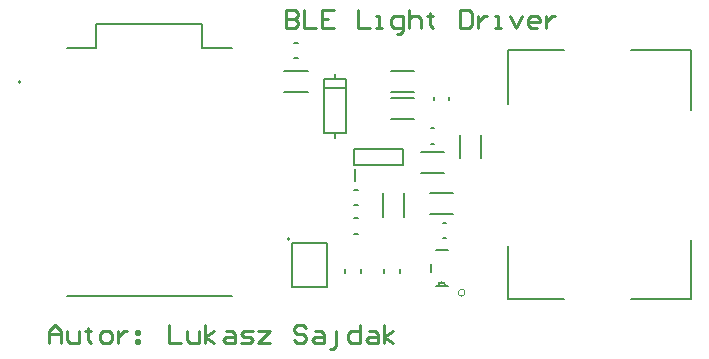
<source format=gbr>
%TF.GenerationSoftware,Altium Limited,Altium Designer,25.3.3 (18)*%
G04 Layer_Color=65535*
%FSLAX45Y45*%
%MOMM*%
%TF.SameCoordinates,1FB2B9E7-3E12-4CFE-8A3D-C156B5A0EB04*%
%TF.FilePolarity,Positive*%
%TF.FileFunction,Legend,Top*%
%TF.Part,Single*%
G01*
G75*
%TA.AperFunction,NonConductor*%
%ADD32C,0.20000*%
%ADD33C,0.00000*%
%ADD34C,0.15240*%
%ADD35C,0.12700*%
%ADD36C,0.25400*%
D32*
X142800Y2235200D02*
G03*
X142800Y2235200I-10000J0D01*
G01*
X2424800Y905800D02*
G03*
X2424800Y905800I-10000J0D01*
G01*
X2738300Y497800D02*
Y873800D01*
X2443300D02*
X2738300D01*
X2443300Y497800D02*
Y873800D01*
Y497800D02*
X2738300D01*
X2965000Y1535200D02*
Y1665200D01*
X3385000D01*
Y1535200D02*
Y1665200D01*
X2965000Y1535200D02*
X3385000D01*
X2975000Y1392700D02*
Y1500200D01*
X2806700Y1764000D02*
Y1804000D01*
Y2260000D02*
Y2300000D01*
X2721200Y2182000D02*
X2892200D01*
X2711200Y2260000D02*
X2902200D01*
X2711200Y1804000D02*
Y2260000D01*
Y1804000D02*
X2902200D01*
Y2260000D01*
D33*
X3907555Y450400D02*
G03*
X3907555Y450400I-29155J0D01*
G01*
D34*
X3738880Y508000D02*
G03*
X3677920Y508000I-30480J0D01*
G01*
X3738880D02*
G03*
X3677920Y508000I-30480J0D01*
G01*
X3657600Y812800D02*
X3759200D01*
X3622040Y627380D02*
Y693420D01*
X3657600Y508000D02*
X3677920D01*
X3738880D01*
X3759200D01*
X3657600Y812800D02*
X3759200D01*
X3622040Y627380D02*
Y693420D01*
X3657600Y508000D02*
X3759200D01*
D35*
X534430Y425450D02*
X1931170D01*
X534430Y2520950D02*
X785800D01*
X1679800D02*
X1931170D01*
X785800D02*
Y2725450D01*
X1679800D01*
Y2520950D02*
Y2725450D01*
X3532200Y1460400D02*
X3732200D01*
X3532200Y1638400D02*
X3732200D01*
X4038700Y1589100D02*
Y1789100D01*
X3860700Y1589100D02*
Y1789100D01*
X3024100Y620000D02*
Y650000D01*
X2894100Y620000D02*
Y650000D01*
X3278200Y2095600D02*
X3478200D01*
X3278200Y1917600D02*
X3478200D01*
X3278200Y2324200D02*
X3478200D01*
X3278200Y2146200D02*
X3478200D01*
X2376500D02*
X2576500D01*
X2376500Y2324200D02*
X2576500D01*
X3391000Y1093800D02*
Y1293800D01*
X3213000Y1093800D02*
Y1293800D01*
X3608400Y1295500D02*
X3808400D01*
X3608400Y1117500D02*
X3808400D01*
X2461500Y2436900D02*
X2491500D01*
X2461500Y2566900D02*
X2491500D01*
X2969500Y1322300D02*
X2999500D01*
X2969500Y1192300D02*
X2999500D01*
X2969500Y951000D02*
X2999500D01*
X2969500Y1081000D02*
X2999500D01*
X3617200Y1843000D02*
X3647200D01*
X3617200Y1713000D02*
X3647200D01*
X3773400Y2080500D02*
Y2110500D01*
X3643400Y2080500D02*
Y2110500D01*
X3718800Y912900D02*
X3748800D01*
X3718800Y1042900D02*
X3748800D01*
X4274200Y394800D02*
X4742200D01*
X4274200D02*
Y849800D01*
Y2049800D02*
Y2504800D01*
X4742200D01*
X5316200Y394800D02*
X5824200D01*
Y899800D01*
Y1999800D02*
Y2504800D01*
X5316200D02*
X5824200D01*
X3354300Y620000D02*
Y650000D01*
X3224300Y620000D02*
Y650000D01*
D36*
X2387600Y2844734D02*
Y2692383D01*
X2463775D01*
X2489167Y2717775D01*
Y2743167D01*
X2463775Y2768559D01*
X2387600D01*
X2463775D01*
X2489167Y2793951D01*
Y2819342D01*
X2463775Y2844734D01*
X2387600D01*
X2539951D02*
Y2692383D01*
X2641518D01*
X2793869Y2844734D02*
X2692301D01*
Y2692383D01*
X2793869D01*
X2692301Y2768559D02*
X2743085D01*
X2997003Y2844734D02*
Y2692383D01*
X3098570D01*
X3149354D02*
X3200137D01*
X3174745D01*
Y2793951D01*
X3149354D01*
X3327096Y2641600D02*
X3352488D01*
X3377880Y2666992D01*
Y2793951D01*
X3301704D01*
X3276312Y2768559D01*
Y2717775D01*
X3301704Y2692383D01*
X3377880D01*
X3428663Y2844734D02*
Y2692383D01*
Y2768559D01*
X3454055Y2793951D01*
X3504839D01*
X3530230Y2768559D01*
Y2692383D01*
X3606406Y2819342D02*
Y2793951D01*
X3581014D01*
X3631797D01*
X3606406D01*
Y2717775D01*
X3631797Y2692383D01*
X3860323Y2844734D02*
Y2692383D01*
X3936499D01*
X3961891Y2717775D01*
Y2819342D01*
X3936499Y2844734D01*
X3860323D01*
X4012674Y2793951D02*
Y2692383D01*
Y2743167D01*
X4038066Y2768559D01*
X4063458Y2793951D01*
X4088850D01*
X4165025Y2692383D02*
X4215808D01*
X4190417D01*
Y2793951D01*
X4165025D01*
X4291984D02*
X4342767Y2692383D01*
X4393551Y2793951D01*
X4520510Y2692383D02*
X4469726D01*
X4444335Y2717775D01*
Y2768559D01*
X4469726Y2793951D01*
X4520510D01*
X4545902Y2768559D01*
Y2743167D01*
X4444335D01*
X4596685Y2793951D02*
Y2692383D01*
Y2743167D01*
X4622077Y2768559D01*
X4647469Y2793951D01*
X4672861D01*
X381000Y25383D02*
Y126951D01*
X431783Y177734D01*
X482567Y126951D01*
Y25383D01*
Y101559D01*
X381000D01*
X533351Y126951D02*
Y50775D01*
X558743Y25383D01*
X634918D01*
Y126951D01*
X711093Y152342D02*
Y126951D01*
X685701D01*
X736485D01*
X711093D01*
Y50775D01*
X736485Y25383D01*
X838052D02*
X888836D01*
X914228Y50775D01*
Y101559D01*
X888836Y126951D01*
X838052D01*
X812660Y101559D01*
Y50775D01*
X838052Y25383D01*
X965011Y126951D02*
Y25383D01*
Y76167D01*
X990403Y101559D01*
X1015795Y126951D01*
X1041186D01*
X1117362D02*
X1142754D01*
Y101559D01*
X1117362D01*
Y126951D01*
Y50775D02*
X1142754D01*
Y25383D01*
X1117362D01*
Y50775D01*
X1396671Y177734D02*
Y25383D01*
X1498239D01*
X1549022Y126951D02*
Y50775D01*
X1574414Y25383D01*
X1650589D01*
Y126951D01*
X1701373Y25383D02*
Y177734D01*
Y76167D02*
X1777548Y126951D01*
X1701373Y76167D02*
X1777548Y25383D01*
X1879115Y126951D02*
X1929899D01*
X1955291Y101559D01*
Y25383D01*
X1879115D01*
X1853723Y50775D01*
X1879115Y76167D01*
X1955291D01*
X2006074Y25383D02*
X2082250D01*
X2107641Y50775D01*
X2082250Y76167D01*
X2031466D01*
X2006074Y101559D01*
X2031466Y126951D01*
X2107641D01*
X2158425D02*
X2259992D01*
X2158425Y25383D01*
X2259992D01*
X2564694Y152342D02*
X2539302Y177734D01*
X2488518D01*
X2463126Y152342D01*
Y126951D01*
X2488518Y101559D01*
X2539302D01*
X2564694Y76167D01*
Y50775D01*
X2539302Y25383D01*
X2488518D01*
X2463126Y50775D01*
X2640869Y126951D02*
X2691652D01*
X2717044Y101559D01*
Y25383D01*
X2640869D01*
X2615477Y50775D01*
X2640869Y76167D01*
X2717044D01*
X2767828Y-25400D02*
X2793220D01*
X2818611Y-8D01*
Y126951D01*
X3021746Y177734D02*
Y25383D01*
X2945570D01*
X2920179Y50775D01*
Y101559D01*
X2945570Y126951D01*
X3021746D01*
X3097921D02*
X3148705D01*
X3174097Y101559D01*
Y25383D01*
X3097921D01*
X3072529Y50775D01*
X3097921Y76167D01*
X3174097D01*
X3224880Y25383D02*
Y177734D01*
Y76167D02*
X3301055Y126951D01*
X3224880Y76167D02*
X3301055Y25383D01*
%TF.MD5,5fbab545f625bd7b6f9d15fe64f01f9d*%
M02*

</source>
